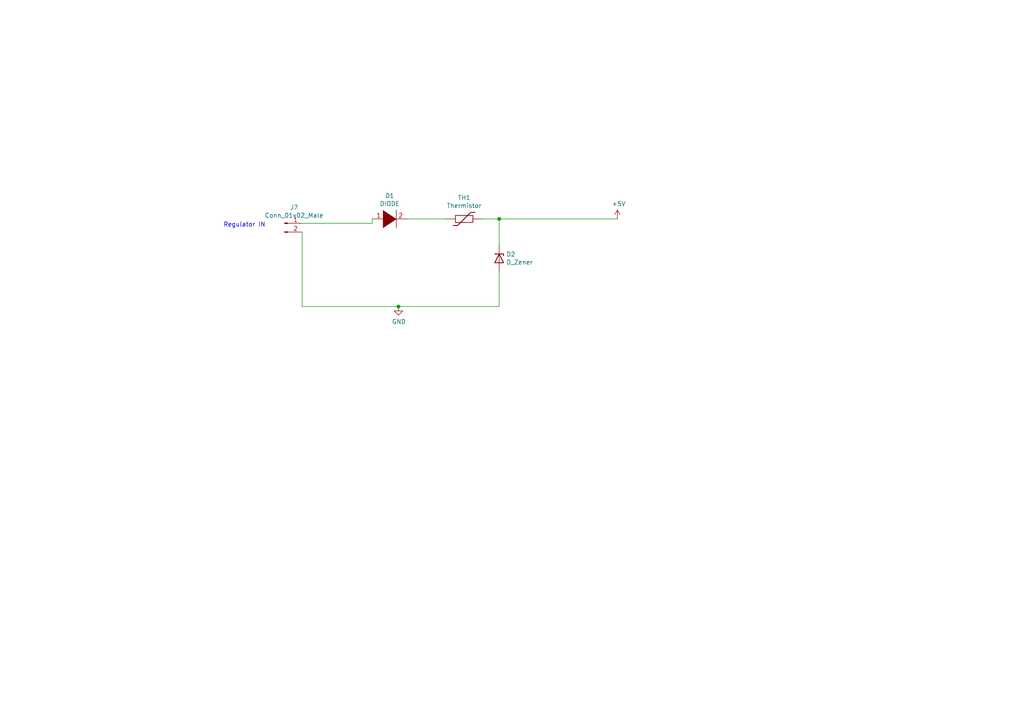
<source format=kicad_sch>
(kicad_sch (version 20230121) (generator eeschema)
  (paper "A4")
  (lib_symbols
    (symbol "Device:D_Zener" (pin_numbers hide) (pin_names (offset 1.016) hide)
      (property "Reference" "D" (at 0 2.54 0))
      (property "Value" "D_Zener" (at 0 -2.54 0))
      (symbol "D_Zener_0_1"
        (polyline (pts (xy 1.27 0) (xy -1.27 0)))
        (polyline (pts (xy -1.27 -1.27) (xy -1.27 1.27) (xy -0.762 1.27)) (stroke (width 0.254)))
        (polyline (pts (xy 1.27 -1.27) (xy 1.27 1.27) (xy -1.27 0) (xy 1.27 -1.27)) (stroke (width 0.254)))
      )
      (symbol "D_Zener_1_1"
        (pin passive line (at -3.81 0 0) (length 2.54) (name "K") (number "1"))
        (pin passive line (at 3.81 0 180) (length 2.54) (name "A") (number "2"))
      )
    )
    (symbol "Device:Thermistor" (pin_numbers hide) (pin_names (offset 0))
      (property "Reference" "TH" (at 2.54 1.27 90))
      (property "Value" "Thermistor" (at -2.54 0 90))
      (symbol "Thermistor_0_1"
        (rectangle (start -1.016 2.54) (end 1.016 -2.54) (stroke (width 0.2032)))
        (polyline (pts (xy -1.905 3.175) (xy -1.905 1.905) (xy 1.905 -1.905) (xy 1.905 -3.175) (xy 1.905 -3.175)) (stroke (width 0.254)))
      )
      (symbol "Thermistor_1_1"
        (pin passive line (at 0 5.08 270) (length 2.54) (name "~") (number "1"))
        (pin passive line (at 0 -5.08 90) (length 2.54) (name "~") (number "2"))
      )
    )
    (symbol "Motherboard_2023-rescue:Conn_01x02_Male-Connector" (pin_names (offset 1.016) hide)
      (property "Reference" "J" (at 0 2.54 0))
      (property "Value" "Connector_Conn_01x02_Male" (at 0 -5.08 0))
      (symbol "Conn_01x02_Male-Connector_1_1"
        (polyline (pts (xy 1.27 -2.54) (xy 0.8636 -2.54)) (stroke (width 0.1524)))
        (polyline (pts (xy 1.27 0) (xy 0.8636 0)) (stroke (width 0.1524)))
        (rectangle (start 0.8636 -2.413) (end 0 -2.667) (stroke (width 0.1524)) (fill (type outline)))
        (rectangle (start 0.8636 0.127) (end 0 -0.127) (stroke (width 0.1524)) (fill (type outline)))
        (pin passive line (at 5.08 0 180) (length 3.81) (name "Pin_1") (number "1"))
        (pin passive line (at 5.08 -2.54 180) (length 3.81) (name "Pin_2") (number "2"))
      )
    )
    (symbol "Motherboard_2023-rescue:DIODE-pspice" (pin_names (offset 1.016) hide)
      (property "Reference" "D" (at 0 3.81 0))
      (property "Value" "pspice_DIODE" (at 0 -4.445 0))
      (symbol "DIODE-pspice_0_1"
        (polyline (pts (xy 1.905 2.54) (xy 1.905 -2.54)))
        (polyline (pts (xy -1.905 2.54) (xy -1.905 -2.54) (xy 1.905 0)) (fill (type outline)))
      )
      (symbol "DIODE-pspice_1_1"
        (pin input line (at -5.08 0 0) (length 3.81) (name "K") (number "1"))
        (pin input line (at 5.08 0 180) (length 3.81) (name "A") (number "2"))
      )
    )
    (symbol "power:+5V" (power) (pin_names (offset 0))
      (property "Value" "+5V" (at 0 3.556 0))
      (symbol "+5V_0_1"
        (polyline (pts (xy -0.762 1.27) (xy 0 2.54)))
        (polyline (pts (xy 0 0) (xy 0 2.54)))
        (polyline (pts (xy 0 2.54) (xy 0.762 1.27)))
      )
      (symbol "+5V_1_1"
        (pin power_in line (at 0 0 90) (length 0) hide (name "+5V") (number "1"))
      )
    )
    (symbol "power:GND" (power) (pin_names (offset 0))
      (property "Value" "GND" (at 0 -3.81 0))
      (symbol "GND_0_1"
        (polyline (pts (xy 0 0) (xy 0 -1.27) (xy 1.27 -1.27) (xy 0 -2.54) (xy -1.27 -1.27) (xy 0 -1.27)))
      )
      (symbol "GND_1_1"
        (pin power_in line (at 0 0 270) (length 0) hide (name "GND") (number "1"))
      )
    )
  )
  (junction (at 144.78 63.5))
  (junction (at 115.57 88.9))
  (wire (pts (xy 87.63 88.9) (xy 115.57 88.9)))
  (wire (pts (xy 144.78 88.9) (xy 144.78 78.74)))
  (wire (pts (xy 115.57 88.9) (xy 144.78 88.9)))
  (wire (pts (xy 144.78 63.5) (xy 179.07 63.5)))
  (wire (pts (xy 87.63 64.77) (xy 107.95 64.77)))
  (wire (pts (xy 87.63 67.31) (xy 87.63 88.9)))
  (wire (pts (xy 118.11 63.5) (xy 129.54 63.5)))
  (wire (pts (xy 144.78 63.5) (xy 144.78 71.12)))
  (wire (pts (xy 107.95 64.77) (xy 107.95 63.5)))
  (wire (pts (xy 139.7 63.5) (xy 144.78 63.5)))
  (text "Regulator IN\n" (at 64.77 66.04 0) (effects (font (size 1.27 1.27)) (justify left bottom)))
  (symbol (lib_id "Motherboard_2023-rescue:Conn_01x02_Male-Connector") (at 82.55 64.77 0) (unit 1)
    (property "Reference" "J7" (at 85.2932 60.1726 0))
    (property "Value" "Conn_01x02_Male" (at 85.2932 62.484 0))
    (property "Footprint" "TerminalBlock_Phoenix:TerminalBlock_Phoenix_MKDS-1,5-2-5.08_1x02_P5.08mm_Horizontal" (effects hide))
  )
  (symbol (lib_id "Motherboard_2023-rescue:DIODE-pspice") (at 113.03 63.5 0) (unit 1)
    (property "Reference" "D1" (at 113.03 56.769 0))
    (property "Value" "DIODE" (at 113.03 59.0804 0))
    (property "Footprint" "Diode_THT:D_DO-15_P5.08mm_Vertical_KathodeUp" (effects hide))
  )
  (symbol (lib_id "Device:Thermistor") (at 134.62 63.5 270) (unit 1)
    (property "Reference" "TH1" (at 134.62 57.3532 90))
    (property "Value" "Thermistor" (at 134.62 59.6646 90))
    (property "Footprint" "Resistor_THT:R_Axial_DIN0414_L11.9mm_D4.5mm_P5.08mm_Vertical" (effects hide))
  )
  (symbol (lib_id "Device:D_Zener") (at 144.78 74.93 270) (unit 1)
    (property "Reference" "D2" (at 146.812 73.7616 90) (effects (justify left)))
    (property "Value" "D_Zener" (at 146.812 76.073 90) (effects (justify left)))
    (property "Footprint" "Diode_THT:D_DO-15_P5.08mm_Vertical_KathodeUp" (effects hide))
  )
  (symbol (lib_id "power:+5V") (at 179.07 63.5 0) (unit 1)
    (property "Reference" "#PWR027" (effects hide))
    (property "Value" "+5V" (at 179.451 59.1058 0))
  )
  (symbol (lib_id "power:GND") (at 115.57 88.9 0) (unit 1)
    (property "Reference" "#PWR026" (effects hide))
    (property "Value" "GND" (at 115.697 93.2942 0))
  )
)
</source>
